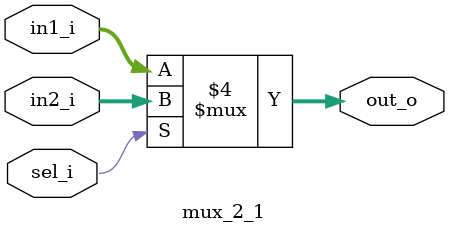
<source format=sv>
module mux_2_1(
	input logic [31:0] in1_i,in2_i,
	input logic sel_i,
	output logic [31:0] out_o	
);
always_comb begin
	if(sel_i == 0) begin
		out_o = in1_i;
	end
	else begin
		out_o = in2_i;
	end
end


endmodule 
</source>
